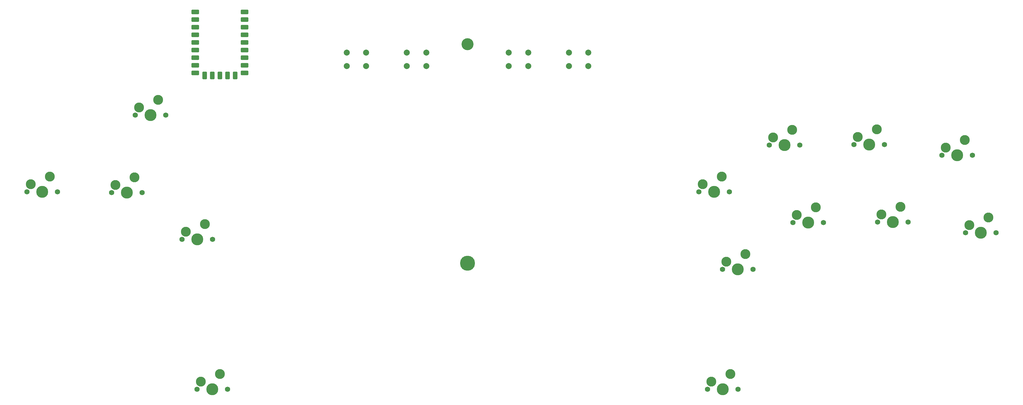
<source format=gbr>
%TF.GenerationSoftware,KiCad,Pcbnew,7.0.10*%
%TF.CreationDate,2024-02-02T19:17:30-06:00*%
%TF.ProjectId,genbox,67656e62-6f78-42e6-9b69-6361645f7063,rev?*%
%TF.SameCoordinates,Original*%
%TF.FileFunction,Soldermask,Top*%
%TF.FilePolarity,Negative*%
%FSLAX46Y46*%
G04 Gerber Fmt 4.6, Leading zero omitted, Abs format (unit mm)*
G04 Created by KiCad (PCBNEW 7.0.10) date 2024-02-02 19:17:30*
%MOMM*%
%LPD*%
G01*
G04 APERTURE LIST*
G04 Aperture macros list*
%AMRoundRect*
0 Rectangle with rounded corners*
0 $1 Rounding radius*
0 $2 $3 $4 $5 $6 $7 $8 $9 X,Y pos of 4 corners*
0 Add a 4 corners polygon primitive as box body*
4,1,4,$2,$3,$4,$5,$6,$7,$8,$9,$2,$3,0*
0 Add four circle primitives for the rounded corners*
1,1,$1+$1,$2,$3*
1,1,$1+$1,$4,$5*
1,1,$1+$1,$6,$7*
1,1,$1+$1,$8,$9*
0 Add four rect primitives between the rounded corners*
20,1,$1+$1,$2,$3,$4,$5,0*
20,1,$1+$1,$4,$5,$6,$7,0*
20,1,$1+$1,$6,$7,$8,$9,0*
20,1,$1+$1,$8,$9,$2,$3,0*%
G04 Aperture macros list end*
%ADD10RoundRect,0.400050X0.899950X0.400050X-0.899950X0.400050X-0.899950X-0.400050X0.899950X-0.400050X0*%
%ADD11RoundRect,0.393700X0.393700X0.906300X-0.393700X0.906300X-0.393700X-0.906300X0.393700X-0.906300X0*%
%ADD12RoundRect,0.400000X0.400000X0.900000X-0.400000X0.900000X-0.400000X-0.900000X0.400000X-0.900000X0*%
%ADD13RoundRect,0.400000X0.900000X0.400000X-0.900000X0.400000X-0.900000X-0.400000X0.900000X-0.400000X0*%
%ADD14C,2.000000*%
%ADD15C,5.000000*%
%ADD16C,4.000000*%
%ADD17C,1.750000*%
%ADD18C,3.987800*%
%ADD19C,3.300000*%
G04 APERTURE END LIST*
D10*
%TO.C,RZ1*%
X125275000Y-68805000D03*
X125275000Y-66265000D03*
X125275000Y-71345000D03*
X125275000Y-73885000D03*
X125275000Y-76425000D03*
X125275000Y-78965000D03*
X125275000Y-81505000D03*
X125275000Y-84045000D03*
X125275000Y-86585000D03*
D11*
X122135000Y-87395000D03*
X119595000Y-87395000D03*
X117055000Y-87395000D03*
X114515000Y-87395000D03*
D12*
X111975000Y-87395000D03*
D10*
X108835000Y-86585000D03*
X108835000Y-84045000D03*
X108835000Y-81505000D03*
X108835000Y-78965000D03*
D13*
X108835000Y-76425000D03*
X108835000Y-73885000D03*
X108835000Y-71345000D03*
X108835000Y-68805000D03*
X108835000Y-66265000D03*
%TD*%
D14*
%TO.C,SW16*%
X179250000Y-79750000D03*
X185750000Y-79750000D03*
X179250000Y-84250000D03*
X185750000Y-84250000D03*
%TD*%
%TO.C,SW17*%
X219750000Y-84250000D03*
X213250000Y-84250000D03*
X219750000Y-79750000D03*
X213250000Y-79750000D03*
%TD*%
D15*
%TO.C,REF2*%
X199500000Y-150000000D03*
%TD*%
D14*
%TO.C,SW18*%
X239750000Y-84250000D03*
X233250000Y-84250000D03*
X239750000Y-79750000D03*
X233250000Y-79750000D03*
%TD*%
%TO.C,SW15*%
X165750000Y-84250000D03*
X159250000Y-84250000D03*
X165750000Y-79750000D03*
X159250000Y-79750000D03*
%TD*%
D16*
%TO.C,REF1*%
X199500000Y-77000000D03*
%TD*%
D17*
%TO.C,MX11*%
X289580000Y-192000000D03*
D18*
X284500000Y-192000000D03*
D17*
X279420000Y-192000000D03*
D19*
X280690000Y-189460000D03*
X287040000Y-186920000D03*
%TD*%
D17*
%TO.C,MX3*%
X91099000Y-126455500D03*
D18*
X86019000Y-126455500D03*
D17*
X80939000Y-126455500D03*
D19*
X82209000Y-123915500D03*
X88559000Y-121375500D03*
%TD*%
D17*
%TO.C,MX12*%
X318061000Y-136455500D03*
D18*
X312981000Y-136455500D03*
D17*
X307901000Y-136455500D03*
D19*
X309171000Y-133915500D03*
X315521000Y-131375500D03*
%TD*%
D17*
%TO.C,MX6*%
X119580000Y-192000000D03*
D18*
X114500000Y-192000000D03*
D17*
X109420000Y-192000000D03*
D19*
X110690000Y-189460000D03*
X117040000Y-186920000D03*
%TD*%
D17*
%TO.C,MX2*%
X375549000Y-139793500D03*
D18*
X370469000Y-139793500D03*
D17*
X365389000Y-139793500D03*
D19*
X366659000Y-137253500D03*
X373009000Y-134713500D03*
%TD*%
D17*
%TO.C,MX13*%
X346220000Y-136211900D03*
D18*
X341140000Y-136211900D03*
D17*
X336060000Y-136211900D03*
D19*
X337330000Y-133671900D03*
X343680000Y-131131900D03*
%TD*%
D17*
%TO.C,MX10*%
X338326000Y-110391700D03*
D18*
X333246000Y-110391700D03*
D17*
X328166000Y-110391700D03*
D19*
X329436000Y-107851700D03*
X335786000Y-105311700D03*
%TD*%
D17*
%TO.C,MX9*%
X310167000Y-110635300D03*
D18*
X305087000Y-110635300D03*
D17*
X300007000Y-110635300D03*
D19*
X301277000Y-108095300D03*
X307627000Y-105555300D03*
%TD*%
D17*
%TO.C,MX5*%
X98993000Y-100635300D03*
D18*
X93913000Y-100635300D03*
D17*
X88833000Y-100635300D03*
D19*
X90103000Y-98095300D03*
X96453000Y-95555300D03*
%TD*%
D17*
%TO.C,MX8*%
X294580000Y-152000000D03*
D18*
X289500000Y-152000000D03*
D17*
X284420000Y-152000000D03*
D19*
X285690000Y-149460000D03*
X292040000Y-146920000D03*
%TD*%
D17*
%TO.C,MX7*%
X286686000Y-126179800D03*
D18*
X281606000Y-126179800D03*
D17*
X276526000Y-126179800D03*
D19*
X277796000Y-123639800D03*
X284146000Y-121099800D03*
%TD*%
D17*
%TO.C,MX1*%
X62940000Y-126211900D03*
D18*
X57860000Y-126211900D03*
D17*
X52780000Y-126211900D03*
D19*
X54050000Y-123671900D03*
X60400000Y-121131900D03*
%TD*%
D17*
%TO.C,MX14*%
X367655000Y-113973300D03*
D18*
X362575000Y-113973300D03*
D17*
X357495000Y-113973300D03*
D19*
X358765000Y-111433300D03*
X365115000Y-108893300D03*
%TD*%
D17*
%TO.C,MX4*%
X114580000Y-142000000D03*
D18*
X109500000Y-142000000D03*
D17*
X104420000Y-142000000D03*
D19*
X105690000Y-139460000D03*
X112040000Y-136920000D03*
%TD*%
M02*

</source>
